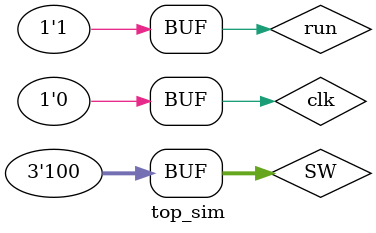
<source format=v>
`timescale 1ns / 1ps
module top_sim; 
// Inputs 
reg clk;                 //°å×ÓµÄÊ±ÖÓ 100MHZ
wire run;                  //±íÊ¾Á¬ÐøÖ´ÐÐ
wire step;                 //ÓÃ°å×Ó°´¼üÄ£Äâ£¬±íÊ¾µ÷ÊÔ            
reg reset;
wire [2:0] SW;              // Ñ¡ÔñÊýÂë¹ÜÏÔÊ¾ÄÚÈÝ,SW[2]Ñ¡¸ß/µÍ16Î»,SW[1:0]Ñ¡ÏÔÊ¾ÄÚÈÝ
wire [6:0] sm_duan;        // ¶ÎÂë
wire [3:0] sm_wei;         // ÄÄ¸öÊýÂë¹Ü
wire [3:0] ALUCode_id;
wire stall;


// Instantiate the Unit Under Test (UUT) 
top_hazard uut ( 
    .clk(clk), 
    .run(run), 
    .step(step), 
    .reset(reset) ,
    .SW(SW),
    .sm_duan(sm_duan),
    .sm_wei(sm_wei),
    .ALUCode_id(ALUCode_id),
    .stall(stall)
); 
assign SW[2]=1'b1;
assign SW[1]=1'b0;
assign SW[0]=1'b0;
//initial 
//    begin 
//        // Initialize Inputs 
//        clk = 0; 
//        reset = 1; 
//    end 
//°ÑÕâÒ»¶Î×¢ÊÍµô£¬·ÂÕæ¾ÍÃ»ÎÊÌâÁË¡£ÒòÎªÕâÀïÄ¬ÈÏresetÎª1£¬ÇÒºóÃæÃ»ÓÐ¸Ä±äreset
parameter PERIOD = 1000; 
assign run=1;
always begin 
        #(PERIOD / 2) clk = 1'b1; 
        #(PERIOD / 2) clk = 1'b0; 
    end 
endmodule

</source>
